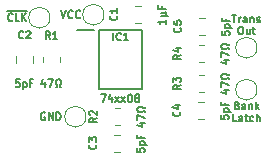
<source format=gto>
%TF.GenerationSoftware,KiCad,Pcbnew,7.0.5*%
%TF.CreationDate,2024-02-13T10:30:56+02:00*%
%TF.ProjectId,Latch Slow,4c617463-6820-4536-9c6f-772e6b696361,rev?*%
%TF.SameCoordinates,PX7f2c270PY3414850*%
%TF.FileFunction,Legend,Top*%
%TF.FilePolarity,Positive*%
%FSLAX46Y46*%
G04 Gerber Fmt 4.6, Leading zero omitted, Abs format (unit mm)*
G04 Created by KiCad (PCBNEW 7.0.5) date 2024-02-13 10:30:56*
%MOMM*%
%LPD*%
G01*
G04 APERTURE LIST*
%ADD10C,0.150000*%
%ADD11C,0.120000*%
%ADD12C,0.200000*%
G04 APERTURE END LIST*
D10*
X-6054494Y5683037D02*
X-5842828Y5048037D01*
X-5842828Y5048037D02*
X-5631161Y5683037D01*
X-5056637Y5108514D02*
X-5086875Y5078275D01*
X-5086875Y5078275D02*
X-5177589Y5048037D01*
X-5177589Y5048037D02*
X-5238065Y5048037D01*
X-5238065Y5048037D02*
X-5328780Y5078275D01*
X-5328780Y5078275D02*
X-5389256Y5138752D01*
X-5389256Y5138752D02*
X-5419494Y5199228D01*
X-5419494Y5199228D02*
X-5449732Y5320180D01*
X-5449732Y5320180D02*
X-5449732Y5410895D01*
X-5449732Y5410895D02*
X-5419494Y5531847D01*
X-5419494Y5531847D02*
X-5389256Y5592323D01*
X-5389256Y5592323D02*
X-5328780Y5652799D01*
X-5328780Y5652799D02*
X-5238065Y5683037D01*
X-5238065Y5683037D02*
X-5177589Y5683037D01*
X-5177589Y5683037D02*
X-5086875Y5652799D01*
X-5086875Y5652799D02*
X-5056637Y5622561D01*
X-4421637Y5108514D02*
X-4451875Y5078275D01*
X-4451875Y5078275D02*
X-4542589Y5048037D01*
X-4542589Y5048037D02*
X-4603065Y5048037D01*
X-4603065Y5048037D02*
X-4693780Y5078275D01*
X-4693780Y5078275D02*
X-4754256Y5138752D01*
X-4754256Y5138752D02*
X-4784494Y5199228D01*
X-4784494Y5199228D02*
X-4814732Y5320180D01*
X-4814732Y5320180D02*
X-4814732Y5410895D01*
X-4814732Y5410895D02*
X-4784494Y5531847D01*
X-4784494Y5531847D02*
X-4754256Y5592323D01*
X-4754256Y5592323D02*
X-4693780Y5652799D01*
X-4693780Y5652799D02*
X-4603065Y5683037D01*
X-4603065Y5683037D02*
X-4542589Y5683037D01*
X-4542589Y5683037D02*
X-4451875Y5652799D01*
X-4451875Y5652799D02*
X-4421637Y5622561D01*
X8865809Y-2356819D02*
X8956523Y-2387057D01*
X8956523Y-2387057D02*
X8986761Y-2417295D01*
X8986761Y-2417295D02*
X9016999Y-2477771D01*
X9016999Y-2477771D02*
X9016999Y-2568485D01*
X9016999Y-2568485D02*
X8986761Y-2628961D01*
X8986761Y-2628961D02*
X8956523Y-2659200D01*
X8956523Y-2659200D02*
X8896047Y-2689438D01*
X8896047Y-2689438D02*
X8654142Y-2689438D01*
X8654142Y-2689438D02*
X8654142Y-2054438D01*
X8654142Y-2054438D02*
X8865809Y-2054438D01*
X8865809Y-2054438D02*
X8926285Y-2084676D01*
X8926285Y-2084676D02*
X8956523Y-2114914D01*
X8956523Y-2114914D02*
X8986761Y-2175390D01*
X8986761Y-2175390D02*
X8986761Y-2235866D01*
X8986761Y-2235866D02*
X8956523Y-2296342D01*
X8956523Y-2296342D02*
X8926285Y-2326580D01*
X8926285Y-2326580D02*
X8865809Y-2356819D01*
X8865809Y-2356819D02*
X8654142Y-2356819D01*
X9561285Y-2689438D02*
X9561285Y-2356819D01*
X9561285Y-2356819D02*
X9531047Y-2296342D01*
X9531047Y-2296342D02*
X9470571Y-2266104D01*
X9470571Y-2266104D02*
X9349618Y-2266104D01*
X9349618Y-2266104D02*
X9289142Y-2296342D01*
X9561285Y-2659200D02*
X9500809Y-2689438D01*
X9500809Y-2689438D02*
X9349618Y-2689438D01*
X9349618Y-2689438D02*
X9289142Y-2659200D01*
X9289142Y-2659200D02*
X9258904Y-2598723D01*
X9258904Y-2598723D02*
X9258904Y-2538247D01*
X9258904Y-2538247D02*
X9289142Y-2477771D01*
X9289142Y-2477771D02*
X9349618Y-2447533D01*
X9349618Y-2447533D02*
X9500809Y-2447533D01*
X9500809Y-2447533D02*
X9561285Y-2417295D01*
X9863666Y-2266104D02*
X9863666Y-2689438D01*
X9863666Y-2326580D02*
X9893904Y-2296342D01*
X9893904Y-2296342D02*
X9954380Y-2266104D01*
X9954380Y-2266104D02*
X10045095Y-2266104D01*
X10045095Y-2266104D02*
X10105571Y-2296342D01*
X10105571Y-2296342D02*
X10135809Y-2356819D01*
X10135809Y-2356819D02*
X10135809Y-2689438D01*
X10438190Y-2689438D02*
X10438190Y-2054438D01*
X10498666Y-2447533D02*
X10680095Y-2689438D01*
X10680095Y-2266104D02*
X10438190Y-2508009D01*
X8820452Y-3711788D02*
X8518071Y-3711788D01*
X8518071Y-3711788D02*
X8518071Y-3076788D01*
X9304262Y-3711788D02*
X9304262Y-3379169D01*
X9304262Y-3379169D02*
X9274024Y-3318692D01*
X9274024Y-3318692D02*
X9213548Y-3288454D01*
X9213548Y-3288454D02*
X9092595Y-3288454D01*
X9092595Y-3288454D02*
X9032119Y-3318692D01*
X9304262Y-3681550D02*
X9243786Y-3711788D01*
X9243786Y-3711788D02*
X9092595Y-3711788D01*
X9092595Y-3711788D02*
X9032119Y-3681550D01*
X9032119Y-3681550D02*
X9001881Y-3621073D01*
X9001881Y-3621073D02*
X9001881Y-3560597D01*
X9001881Y-3560597D02*
X9032119Y-3500121D01*
X9032119Y-3500121D02*
X9092595Y-3469883D01*
X9092595Y-3469883D02*
X9243786Y-3469883D01*
X9243786Y-3469883D02*
X9304262Y-3439645D01*
X9515929Y-3288454D02*
X9757833Y-3288454D01*
X9606643Y-3076788D02*
X9606643Y-3621073D01*
X9606643Y-3621073D02*
X9636881Y-3681550D01*
X9636881Y-3681550D02*
X9697357Y-3711788D01*
X9697357Y-3711788D02*
X9757833Y-3711788D01*
X10241643Y-3681550D02*
X10181167Y-3711788D01*
X10181167Y-3711788D02*
X10060214Y-3711788D01*
X10060214Y-3711788D02*
X9999738Y-3681550D01*
X9999738Y-3681550D02*
X9969500Y-3651311D01*
X9969500Y-3651311D02*
X9939262Y-3590835D01*
X9939262Y-3590835D02*
X9939262Y-3409407D01*
X9939262Y-3409407D02*
X9969500Y-3348930D01*
X9969500Y-3348930D02*
X9999738Y-3318692D01*
X9999738Y-3318692D02*
X10060214Y-3288454D01*
X10060214Y-3288454D02*
X10181167Y-3288454D01*
X10181167Y-3288454D02*
X10241643Y-3318692D01*
X10513786Y-3711788D02*
X10513786Y-3076788D01*
X10785929Y-3711788D02*
X10785929Y-3379169D01*
X10785929Y-3379169D02*
X10755691Y-3318692D01*
X10755691Y-3318692D02*
X10695215Y-3288454D01*
X10695215Y-3288454D02*
X10604500Y-3288454D01*
X10604500Y-3288454D02*
X10544024Y-3318692D01*
X10544024Y-3318692D02*
X10513786Y-3348930D01*
X-7392113Y-2983201D02*
X-7452589Y-2952963D01*
X-7452589Y-2952963D02*
X-7543303Y-2952963D01*
X-7543303Y-2952963D02*
X-7634018Y-2983201D01*
X-7634018Y-2983201D02*
X-7694494Y-3043677D01*
X-7694494Y-3043677D02*
X-7724732Y-3104153D01*
X-7724732Y-3104153D02*
X-7754970Y-3225105D01*
X-7754970Y-3225105D02*
X-7754970Y-3315820D01*
X-7754970Y-3315820D02*
X-7724732Y-3436772D01*
X-7724732Y-3436772D02*
X-7694494Y-3497248D01*
X-7694494Y-3497248D02*
X-7634018Y-3557725D01*
X-7634018Y-3557725D02*
X-7543303Y-3587963D01*
X-7543303Y-3587963D02*
X-7482827Y-3587963D01*
X-7482827Y-3587963D02*
X-7392113Y-3557725D01*
X-7392113Y-3557725D02*
X-7361875Y-3527486D01*
X-7361875Y-3527486D02*
X-7361875Y-3315820D01*
X-7361875Y-3315820D02*
X-7482827Y-3315820D01*
X-7089732Y-3587963D02*
X-7089732Y-2952963D01*
X-7089732Y-2952963D02*
X-6726875Y-3587963D01*
X-6726875Y-3587963D02*
X-6726875Y-2952963D01*
X-6424494Y-3587963D02*
X-6424494Y-2952963D01*
X-6424494Y-2952963D02*
X-6273304Y-2952963D01*
X-6273304Y-2952963D02*
X-6182589Y-2983201D01*
X-6182589Y-2983201D02*
X-6122113Y-3043677D01*
X-6122113Y-3043677D02*
X-6091875Y-3104153D01*
X-6091875Y-3104153D02*
X-6061637Y-3225105D01*
X-6061637Y-3225105D02*
X-6061637Y-3315820D01*
X-6061637Y-3315820D02*
X-6091875Y-3436772D01*
X-6091875Y-3436772D02*
X-6122113Y-3497248D01*
X-6122113Y-3497248D02*
X-6182589Y-3557725D01*
X-6182589Y-3557725D02*
X-6273304Y-3587963D01*
X-6273304Y-3587963D02*
X-6424494Y-3587963D01*
X-10142685Y4854514D02*
X-10172923Y4824275D01*
X-10172923Y4824275D02*
X-10263637Y4794037D01*
X-10263637Y4794037D02*
X-10324113Y4794037D01*
X-10324113Y4794037D02*
X-10414828Y4824275D01*
X-10414828Y4824275D02*
X-10475304Y4884752D01*
X-10475304Y4884752D02*
X-10505542Y4945228D01*
X-10505542Y4945228D02*
X-10535780Y5066180D01*
X-10535780Y5066180D02*
X-10535780Y5156895D01*
X-10535780Y5156895D02*
X-10505542Y5277847D01*
X-10505542Y5277847D02*
X-10475304Y5338323D01*
X-10475304Y5338323D02*
X-10414828Y5398799D01*
X-10414828Y5398799D02*
X-10324113Y5429037D01*
X-10324113Y5429037D02*
X-10263637Y5429037D01*
X-10263637Y5429037D02*
X-10172923Y5398799D01*
X-10172923Y5398799D02*
X-10142685Y5368561D01*
X-9568161Y4794037D02*
X-9870542Y4794037D01*
X-9870542Y4794037D02*
X-9870542Y5429037D01*
X-9356494Y4794037D02*
X-9356494Y5429037D01*
X-8993637Y4794037D02*
X-9265780Y5156895D01*
X-8993637Y5429037D02*
X-9356494Y5066180D01*
X-10593232Y5605325D02*
X-8936184Y5605325D01*
X8442476Y5311562D02*
X8805333Y5311562D01*
X8623904Y4676562D02*
X8623904Y5311562D01*
X9017000Y4676562D02*
X9017000Y5099896D01*
X9017000Y4978943D02*
X9047238Y5039420D01*
X9047238Y5039420D02*
X9077476Y5069658D01*
X9077476Y5069658D02*
X9137952Y5099896D01*
X9137952Y5099896D02*
X9198429Y5099896D01*
X9682238Y4676562D02*
X9682238Y5009181D01*
X9682238Y5009181D02*
X9652000Y5069658D01*
X9652000Y5069658D02*
X9591524Y5099896D01*
X9591524Y5099896D02*
X9470571Y5099896D01*
X9470571Y5099896D02*
X9410095Y5069658D01*
X9682238Y4706800D02*
X9621762Y4676562D01*
X9621762Y4676562D02*
X9470571Y4676562D01*
X9470571Y4676562D02*
X9410095Y4706800D01*
X9410095Y4706800D02*
X9379857Y4767277D01*
X9379857Y4767277D02*
X9379857Y4827753D01*
X9379857Y4827753D02*
X9410095Y4888229D01*
X9410095Y4888229D02*
X9470571Y4918467D01*
X9470571Y4918467D02*
X9621762Y4918467D01*
X9621762Y4918467D02*
X9682238Y4948705D01*
X9984619Y5099896D02*
X9984619Y4676562D01*
X9984619Y5039420D02*
X10014857Y5069658D01*
X10014857Y5069658D02*
X10075333Y5099896D01*
X10075333Y5099896D02*
X10166048Y5099896D01*
X10166048Y5099896D02*
X10226524Y5069658D01*
X10226524Y5069658D02*
X10256762Y5009181D01*
X10256762Y5009181D02*
X10256762Y4676562D01*
X10528905Y4706800D02*
X10589381Y4676562D01*
X10589381Y4676562D02*
X10710333Y4676562D01*
X10710333Y4676562D02*
X10770810Y4706800D01*
X10770810Y4706800D02*
X10801048Y4767277D01*
X10801048Y4767277D02*
X10801048Y4797515D01*
X10801048Y4797515D02*
X10770810Y4857991D01*
X10770810Y4857991D02*
X10710333Y4888229D01*
X10710333Y4888229D02*
X10619619Y4888229D01*
X10619619Y4888229D02*
X10559143Y4918467D01*
X10559143Y4918467D02*
X10528905Y4978943D01*
X10528905Y4978943D02*
X10528905Y5009181D01*
X10528905Y5009181D02*
X10559143Y5069658D01*
X10559143Y5069658D02*
X10619619Y5099896D01*
X10619619Y5099896D02*
X10710333Y5099896D01*
X10710333Y5099896D02*
X10770810Y5069658D01*
X9122833Y4289212D02*
X9243786Y4289212D01*
X9243786Y4289212D02*
X9304262Y4258974D01*
X9304262Y4258974D02*
X9364738Y4198498D01*
X9364738Y4198498D02*
X9394976Y4077546D01*
X9394976Y4077546D02*
X9394976Y3865879D01*
X9394976Y3865879D02*
X9364738Y3744927D01*
X9364738Y3744927D02*
X9304262Y3684450D01*
X9304262Y3684450D02*
X9243786Y3654212D01*
X9243786Y3654212D02*
X9122833Y3654212D01*
X9122833Y3654212D02*
X9062357Y3684450D01*
X9062357Y3684450D02*
X9001881Y3744927D01*
X9001881Y3744927D02*
X8971643Y3865879D01*
X8971643Y3865879D02*
X8971643Y4077546D01*
X8971643Y4077546D02*
X9001881Y4198498D01*
X9001881Y4198498D02*
X9062357Y4258974D01*
X9062357Y4258974D02*
X9122833Y4289212D01*
X9939262Y4077546D02*
X9939262Y3654212D01*
X9667119Y4077546D02*
X9667119Y3744927D01*
X9667119Y3744927D02*
X9697357Y3684450D01*
X9697357Y3684450D02*
X9757833Y3654212D01*
X9757833Y3654212D02*
X9848548Y3654212D01*
X9848548Y3654212D02*
X9909024Y3684450D01*
X9909024Y3684450D02*
X9939262Y3714689D01*
X10150929Y4077546D02*
X10392833Y4077546D01*
X10241643Y4289212D02*
X10241643Y3744927D01*
X10241643Y3744927D02*
X10271881Y3684450D01*
X10271881Y3684450D02*
X10332357Y3654212D01*
X10332357Y3654212D02*
X10392833Y3654212D01*
%TO.C,C3*%
X-3119514Y-5666833D02*
X-3089275Y-5697071D01*
X-3089275Y-5697071D02*
X-3059037Y-5787785D01*
X-3059037Y-5787785D02*
X-3059037Y-5848261D01*
X-3059037Y-5848261D02*
X-3089275Y-5938976D01*
X-3089275Y-5938976D02*
X-3149752Y-5999452D01*
X-3149752Y-5999452D02*
X-3210228Y-6029690D01*
X-3210228Y-6029690D02*
X-3331180Y-6059928D01*
X-3331180Y-6059928D02*
X-3421895Y-6059928D01*
X-3421895Y-6059928D02*
X-3542847Y-6029690D01*
X-3542847Y-6029690D02*
X-3603323Y-5999452D01*
X-3603323Y-5999452D02*
X-3663799Y-5938976D01*
X-3663799Y-5938976D02*
X-3694037Y-5848261D01*
X-3694037Y-5848261D02*
X-3694037Y-5787785D01*
X-3694037Y-5787785D02*
X-3663799Y-5697071D01*
X-3663799Y-5697071D02*
X-3633561Y-5666833D01*
X-3694037Y-5455166D02*
X-3694037Y-5062071D01*
X-3694037Y-5062071D02*
X-3452133Y-5273738D01*
X-3452133Y-5273738D02*
X-3452133Y-5183023D01*
X-3452133Y-5183023D02*
X-3421895Y-5122547D01*
X-3421895Y-5122547D02*
X-3391656Y-5092309D01*
X-3391656Y-5092309D02*
X-3331180Y-5062071D01*
X-3331180Y-5062071D02*
X-3179990Y-5062071D01*
X-3179990Y-5062071D02*
X-3119514Y-5092309D01*
X-3119514Y-5092309D02*
X-3089275Y-5122547D01*
X-3089275Y-5122547D02*
X-3059037Y-5183023D01*
X-3059037Y-5183023D02*
X-3059037Y-5364452D01*
X-3059037Y-5364452D02*
X-3089275Y-5424928D01*
X-3089275Y-5424928D02*
X-3119514Y-5455166D01*
X412963Y-5996214D02*
X412963Y-6298595D01*
X412963Y-6298595D02*
X715344Y-6328833D01*
X715344Y-6328833D02*
X685105Y-6298595D01*
X685105Y-6298595D02*
X654867Y-6238119D01*
X654867Y-6238119D02*
X654867Y-6086928D01*
X654867Y-6086928D02*
X685105Y-6026452D01*
X685105Y-6026452D02*
X715344Y-5996214D01*
X715344Y-5996214D02*
X775820Y-5965976D01*
X775820Y-5965976D02*
X927010Y-5965976D01*
X927010Y-5965976D02*
X987486Y-5996214D01*
X987486Y-5996214D02*
X1017725Y-6026452D01*
X1017725Y-6026452D02*
X1047963Y-6086928D01*
X1047963Y-6086928D02*
X1047963Y-6238119D01*
X1047963Y-6238119D02*
X1017725Y-6298595D01*
X1017725Y-6298595D02*
X987486Y-6328833D01*
X624629Y-5693833D02*
X1259629Y-5693833D01*
X654867Y-5693833D02*
X624629Y-5633357D01*
X624629Y-5633357D02*
X624629Y-5512404D01*
X624629Y-5512404D02*
X654867Y-5451928D01*
X654867Y-5451928D02*
X685105Y-5421690D01*
X685105Y-5421690D02*
X745582Y-5391452D01*
X745582Y-5391452D02*
X927010Y-5391452D01*
X927010Y-5391452D02*
X987486Y-5421690D01*
X987486Y-5421690D02*
X1017725Y-5451928D01*
X1017725Y-5451928D02*
X1047963Y-5512404D01*
X1047963Y-5512404D02*
X1047963Y-5633357D01*
X1047963Y-5633357D02*
X1017725Y-5693833D01*
X715344Y-4907642D02*
X715344Y-5119309D01*
X1047963Y-5119309D02*
X412963Y-5119309D01*
X412963Y-5119309D02*
X412963Y-4816928D01*
%TO.C,C5*%
X4074486Y4239167D02*
X4104725Y4208929D01*
X4104725Y4208929D02*
X4134963Y4118215D01*
X4134963Y4118215D02*
X4134963Y4057739D01*
X4134963Y4057739D02*
X4104725Y3967024D01*
X4104725Y3967024D02*
X4044248Y3906548D01*
X4044248Y3906548D02*
X3983772Y3876310D01*
X3983772Y3876310D02*
X3862820Y3846072D01*
X3862820Y3846072D02*
X3772105Y3846072D01*
X3772105Y3846072D02*
X3651153Y3876310D01*
X3651153Y3876310D02*
X3590677Y3906548D01*
X3590677Y3906548D02*
X3530201Y3967024D01*
X3530201Y3967024D02*
X3499963Y4057739D01*
X3499963Y4057739D02*
X3499963Y4118215D01*
X3499963Y4118215D02*
X3530201Y4208929D01*
X3530201Y4208929D02*
X3560439Y4239167D01*
X3499963Y4813691D02*
X3499963Y4511310D01*
X3499963Y4511310D02*
X3802344Y4481072D01*
X3802344Y4481072D02*
X3772105Y4511310D01*
X3772105Y4511310D02*
X3741867Y4571786D01*
X3741867Y4571786D02*
X3741867Y4722977D01*
X3741867Y4722977D02*
X3772105Y4783453D01*
X3772105Y4783453D02*
X3802344Y4813691D01*
X3802344Y4813691D02*
X3862820Y4843929D01*
X3862820Y4843929D02*
X4014010Y4843929D01*
X4014010Y4843929D02*
X4074486Y4813691D01*
X4074486Y4813691D02*
X4104725Y4783453D01*
X4104725Y4783453D02*
X4134963Y4722977D01*
X4134963Y4722977D02*
X4134963Y4571786D01*
X4134963Y4571786D02*
X4104725Y4511310D01*
X4104725Y4511310D02*
X4074486Y4481072D01*
X7606963Y3909786D02*
X7606963Y3607405D01*
X7606963Y3607405D02*
X7909344Y3577167D01*
X7909344Y3577167D02*
X7879105Y3607405D01*
X7879105Y3607405D02*
X7848867Y3667881D01*
X7848867Y3667881D02*
X7848867Y3819072D01*
X7848867Y3819072D02*
X7879105Y3879548D01*
X7879105Y3879548D02*
X7909344Y3909786D01*
X7909344Y3909786D02*
X7969820Y3940024D01*
X7969820Y3940024D02*
X8121010Y3940024D01*
X8121010Y3940024D02*
X8181486Y3909786D01*
X8181486Y3909786D02*
X8211725Y3879548D01*
X8211725Y3879548D02*
X8241963Y3819072D01*
X8241963Y3819072D02*
X8241963Y3667881D01*
X8241963Y3667881D02*
X8211725Y3607405D01*
X8211725Y3607405D02*
X8181486Y3577167D01*
X7818629Y4212167D02*
X8453629Y4212167D01*
X7848867Y4212167D02*
X7818629Y4272643D01*
X7818629Y4272643D02*
X7818629Y4393596D01*
X7818629Y4393596D02*
X7848867Y4454072D01*
X7848867Y4454072D02*
X7879105Y4484310D01*
X7879105Y4484310D02*
X7939582Y4514548D01*
X7939582Y4514548D02*
X8121010Y4514548D01*
X8121010Y4514548D02*
X8181486Y4484310D01*
X8181486Y4484310D02*
X8211725Y4454072D01*
X8211725Y4454072D02*
X8241963Y4393596D01*
X8241963Y4393596D02*
X8241963Y4272643D01*
X8241963Y4272643D02*
X8211725Y4212167D01*
X7909344Y4998358D02*
X7909344Y4786691D01*
X8241963Y4786691D02*
X7606963Y4786691D01*
X7606963Y4786691D02*
X7606963Y5089072D01*
%TO.C,R3*%
X4095963Y-613833D02*
X3793582Y-825500D01*
X4095963Y-976690D02*
X3460963Y-976690D01*
X3460963Y-976690D02*
X3460963Y-734785D01*
X3460963Y-734785D02*
X3491201Y-674309D01*
X3491201Y-674309D02*
X3521439Y-644071D01*
X3521439Y-644071D02*
X3581915Y-613833D01*
X3581915Y-613833D02*
X3672629Y-613833D01*
X3672629Y-613833D02*
X3733105Y-644071D01*
X3733105Y-644071D02*
X3763344Y-674309D01*
X3763344Y-674309D02*
X3793582Y-734785D01*
X3793582Y-734785D02*
X3793582Y-976690D01*
X3460963Y-402166D02*
X3460963Y-9071D01*
X3460963Y-9071D02*
X3702867Y-220738D01*
X3702867Y-220738D02*
X3702867Y-130023D01*
X3702867Y-130023D02*
X3733105Y-69547D01*
X3733105Y-69547D02*
X3763344Y-39309D01*
X3763344Y-39309D02*
X3823820Y-9071D01*
X3823820Y-9071D02*
X3975010Y-9071D01*
X3975010Y-9071D02*
X4035486Y-39309D01*
X4035486Y-39309D02*
X4065725Y-69547D01*
X4065725Y-69547D02*
X4095963Y-130023D01*
X4095963Y-130023D02*
X4095963Y-311452D01*
X4095963Y-311452D02*
X4065725Y-371928D01*
X4065725Y-371928D02*
X4035486Y-402166D01*
X7736629Y-1052285D02*
X8159963Y-1052285D01*
X7494725Y-1203476D02*
X7948296Y-1354666D01*
X7948296Y-1354666D02*
X7948296Y-961571D01*
X7524963Y-780142D02*
X7524963Y-356809D01*
X7524963Y-356809D02*
X8159963Y-628952D01*
X8159963Y-145142D02*
X8159963Y6048D01*
X8159963Y6048D02*
X8039010Y6048D01*
X8039010Y6048D02*
X8008772Y-54428D01*
X8008772Y-54428D02*
X7948296Y-114904D01*
X7948296Y-114904D02*
X7857582Y-145142D01*
X7857582Y-145142D02*
X7706391Y-145142D01*
X7706391Y-145142D02*
X7615677Y-114904D01*
X7615677Y-114904D02*
X7555201Y-54428D01*
X7555201Y-54428D02*
X7524963Y36286D01*
X7524963Y36286D02*
X7524963Y157239D01*
X7524963Y157239D02*
X7555201Y247953D01*
X7555201Y247953D02*
X7615677Y308429D01*
X7615677Y308429D02*
X7706391Y338667D01*
X7706391Y338667D02*
X7857582Y338667D01*
X7857582Y338667D02*
X7948296Y308429D01*
X7948296Y308429D02*
X8008772Y247953D01*
X8008772Y247953D02*
X8039010Y187477D01*
X8039010Y187477D02*
X8159963Y187477D01*
X8159963Y187477D02*
X8159963Y338667D01*
%TO.C,R4*%
X4095963Y1926167D02*
X3793582Y1714500D01*
X4095963Y1563310D02*
X3460963Y1563310D01*
X3460963Y1563310D02*
X3460963Y1805215D01*
X3460963Y1805215D02*
X3491201Y1865691D01*
X3491201Y1865691D02*
X3521439Y1895929D01*
X3521439Y1895929D02*
X3581915Y1926167D01*
X3581915Y1926167D02*
X3672629Y1926167D01*
X3672629Y1926167D02*
X3733105Y1895929D01*
X3733105Y1895929D02*
X3763344Y1865691D01*
X3763344Y1865691D02*
X3793582Y1805215D01*
X3793582Y1805215D02*
X3793582Y1563310D01*
X3672629Y2470453D02*
X4095963Y2470453D01*
X3430725Y2319262D02*
X3884296Y2168072D01*
X3884296Y2168072D02*
X3884296Y2561167D01*
X7736629Y1487715D02*
X8159963Y1487715D01*
X7494725Y1336524D02*
X7948296Y1185334D01*
X7948296Y1185334D02*
X7948296Y1578429D01*
X7524963Y1759858D02*
X7524963Y2183191D01*
X7524963Y2183191D02*
X8159963Y1911048D01*
X8159963Y2394858D02*
X8159963Y2546048D01*
X8159963Y2546048D02*
X8039010Y2546048D01*
X8039010Y2546048D02*
X8008772Y2485572D01*
X8008772Y2485572D02*
X7948296Y2425096D01*
X7948296Y2425096D02*
X7857582Y2394858D01*
X7857582Y2394858D02*
X7706391Y2394858D01*
X7706391Y2394858D02*
X7615677Y2425096D01*
X7615677Y2425096D02*
X7555201Y2485572D01*
X7555201Y2485572D02*
X7524963Y2576286D01*
X7524963Y2576286D02*
X7524963Y2697239D01*
X7524963Y2697239D02*
X7555201Y2787953D01*
X7555201Y2787953D02*
X7615677Y2848429D01*
X7615677Y2848429D02*
X7706391Y2878667D01*
X7706391Y2878667D02*
X7857582Y2878667D01*
X7857582Y2878667D02*
X7948296Y2848429D01*
X7948296Y2848429D02*
X8008772Y2787953D01*
X8008772Y2787953D02*
X8039010Y2727477D01*
X8039010Y2727477D02*
X8159963Y2727477D01*
X8159963Y2727477D02*
X8159963Y2878667D01*
%TO.C,IC1*%
X-1635881Y3143037D02*
X-1635881Y3778037D01*
X-970643Y3203514D02*
X-1000881Y3173275D01*
X-1000881Y3173275D02*
X-1091595Y3143037D01*
X-1091595Y3143037D02*
X-1152071Y3143037D01*
X-1152071Y3143037D02*
X-1242786Y3173275D01*
X-1242786Y3173275D02*
X-1303262Y3233752D01*
X-1303262Y3233752D02*
X-1333500Y3294228D01*
X-1333500Y3294228D02*
X-1363738Y3415180D01*
X-1363738Y3415180D02*
X-1363738Y3505895D01*
X-1363738Y3505895D02*
X-1333500Y3626847D01*
X-1333500Y3626847D02*
X-1303262Y3687323D01*
X-1303262Y3687323D02*
X-1242786Y3747799D01*
X-1242786Y3747799D02*
X-1152071Y3778037D01*
X-1152071Y3778037D02*
X-1091595Y3778037D01*
X-1091595Y3778037D02*
X-1000881Y3747799D01*
X-1000881Y3747799D02*
X-970643Y3717561D01*
X-365881Y3143037D02*
X-728738Y3143037D01*
X-547310Y3143037D02*
X-547310Y3778037D01*
X-547310Y3778037D02*
X-607786Y3687323D01*
X-607786Y3687323D02*
X-668262Y3626847D01*
X-668262Y3626847D02*
X-728738Y3596609D01*
X-2648858Y-1428963D02*
X-2225525Y-1428963D01*
X-2225525Y-1428963D02*
X-2497668Y-2063963D01*
X-1711477Y-1640629D02*
X-1711477Y-2063963D01*
X-1862668Y-1398725D02*
X-2013858Y-1852296D01*
X-2013858Y-1852296D02*
X-1620763Y-1852296D01*
X-1439334Y-2063963D02*
X-1106715Y-1640629D01*
X-1439334Y-1640629D02*
X-1106715Y-2063963D01*
X-925286Y-2063963D02*
X-592667Y-1640629D01*
X-925286Y-1640629D02*
X-592667Y-2063963D01*
X-229810Y-1428963D02*
X-169333Y-1428963D01*
X-169333Y-1428963D02*
X-108857Y-1459201D01*
X-108857Y-1459201D02*
X-78619Y-1489439D01*
X-78619Y-1489439D02*
X-48381Y-1549915D01*
X-48381Y-1549915D02*
X-18143Y-1670867D01*
X-18143Y-1670867D02*
X-18143Y-1822058D01*
X-18143Y-1822058D02*
X-48381Y-1943010D01*
X-48381Y-1943010D02*
X-78619Y-2003486D01*
X-78619Y-2003486D02*
X-108857Y-2033725D01*
X-108857Y-2033725D02*
X-169333Y-2063963D01*
X-169333Y-2063963D02*
X-229810Y-2063963D01*
X-229810Y-2063963D02*
X-290286Y-2033725D01*
X-290286Y-2033725D02*
X-320524Y-2003486D01*
X-320524Y-2003486D02*
X-350762Y-1943010D01*
X-350762Y-1943010D02*
X-381000Y-1822058D01*
X-381000Y-1822058D02*
X-381000Y-1670867D01*
X-381000Y-1670867D02*
X-350762Y-1549915D01*
X-350762Y-1549915D02*
X-320524Y-1489439D01*
X-320524Y-1489439D02*
X-290286Y-1459201D01*
X-290286Y-1459201D02*
X-229810Y-1428963D01*
X344714Y-1701105D02*
X284238Y-1670867D01*
X284238Y-1670867D02*
X254000Y-1640629D01*
X254000Y-1640629D02*
X223762Y-1580153D01*
X223762Y-1580153D02*
X223762Y-1549915D01*
X223762Y-1549915D02*
X254000Y-1489439D01*
X254000Y-1489439D02*
X284238Y-1459201D01*
X284238Y-1459201D02*
X344714Y-1428963D01*
X344714Y-1428963D02*
X465667Y-1428963D01*
X465667Y-1428963D02*
X526143Y-1459201D01*
X526143Y-1459201D02*
X556381Y-1489439D01*
X556381Y-1489439D02*
X586619Y-1549915D01*
X586619Y-1549915D02*
X586619Y-1580153D01*
X586619Y-1580153D02*
X556381Y-1640629D01*
X556381Y-1640629D02*
X526143Y-1670867D01*
X526143Y-1670867D02*
X465667Y-1701105D01*
X465667Y-1701105D02*
X344714Y-1701105D01*
X344714Y-1701105D02*
X284238Y-1731344D01*
X284238Y-1731344D02*
X254000Y-1761582D01*
X254000Y-1761582D02*
X223762Y-1822058D01*
X223762Y-1822058D02*
X223762Y-1943010D01*
X223762Y-1943010D02*
X254000Y-2003486D01*
X254000Y-2003486D02*
X284238Y-2033725D01*
X284238Y-2033725D02*
X344714Y-2063963D01*
X344714Y-2063963D02*
X465667Y-2063963D01*
X465667Y-2063963D02*
X526143Y-2033725D01*
X526143Y-2033725D02*
X556381Y-2003486D01*
X556381Y-2003486D02*
X586619Y-1943010D01*
X586619Y-1943010D02*
X586619Y-1822058D01*
X586619Y-1822058D02*
X556381Y-1761582D01*
X556381Y-1761582D02*
X526143Y-1731344D01*
X526143Y-1731344D02*
X465667Y-1701105D01*
%TO.C,R2*%
X-3016037Y-3407833D02*
X-3318418Y-3619500D01*
X-3016037Y-3770690D02*
X-3651037Y-3770690D01*
X-3651037Y-3770690D02*
X-3651037Y-3528785D01*
X-3651037Y-3528785D02*
X-3620799Y-3468309D01*
X-3620799Y-3468309D02*
X-3590561Y-3438071D01*
X-3590561Y-3438071D02*
X-3530085Y-3407833D01*
X-3530085Y-3407833D02*
X-3439371Y-3407833D01*
X-3439371Y-3407833D02*
X-3378895Y-3438071D01*
X-3378895Y-3438071D02*
X-3348656Y-3468309D01*
X-3348656Y-3468309D02*
X-3318418Y-3528785D01*
X-3318418Y-3528785D02*
X-3318418Y-3770690D01*
X-3590561Y-3165928D02*
X-3620799Y-3135690D01*
X-3620799Y-3135690D02*
X-3651037Y-3075214D01*
X-3651037Y-3075214D02*
X-3651037Y-2924023D01*
X-3651037Y-2924023D02*
X-3620799Y-2863547D01*
X-3620799Y-2863547D02*
X-3590561Y-2833309D01*
X-3590561Y-2833309D02*
X-3530085Y-2803071D01*
X-3530085Y-2803071D02*
X-3469609Y-2803071D01*
X-3469609Y-2803071D02*
X-3378895Y-2833309D01*
X-3378895Y-2833309D02*
X-3016037Y-3196166D01*
X-3016037Y-3196166D02*
X-3016037Y-2803071D01*
X624629Y-3846285D02*
X1047963Y-3846285D01*
X382725Y-3997476D02*
X836296Y-4148666D01*
X836296Y-4148666D02*
X836296Y-3755571D01*
X412963Y-3574142D02*
X412963Y-3150809D01*
X412963Y-3150809D02*
X1047963Y-3422952D01*
X1047963Y-2939142D02*
X1047963Y-2787952D01*
X1047963Y-2787952D02*
X927010Y-2787952D01*
X927010Y-2787952D02*
X896772Y-2848428D01*
X896772Y-2848428D02*
X836296Y-2908904D01*
X836296Y-2908904D02*
X745582Y-2939142D01*
X745582Y-2939142D02*
X594391Y-2939142D01*
X594391Y-2939142D02*
X503677Y-2908904D01*
X503677Y-2908904D02*
X443201Y-2848428D01*
X443201Y-2848428D02*
X412963Y-2757714D01*
X412963Y-2757714D02*
X412963Y-2636761D01*
X412963Y-2636761D02*
X443201Y-2546047D01*
X443201Y-2546047D02*
X503677Y-2485571D01*
X503677Y-2485571D02*
X594391Y-2455333D01*
X594391Y-2455333D02*
X745582Y-2455333D01*
X745582Y-2455333D02*
X836296Y-2485571D01*
X836296Y-2485571D02*
X896772Y-2546047D01*
X896772Y-2546047D02*
X927010Y-2606523D01*
X927010Y-2606523D02*
X1047963Y-2606523D01*
X1047963Y-2606523D02*
X1047963Y-2455333D01*
%TO.C,C4*%
X3992486Y-2872833D02*
X4022725Y-2903071D01*
X4022725Y-2903071D02*
X4052963Y-2993785D01*
X4052963Y-2993785D02*
X4052963Y-3054261D01*
X4052963Y-3054261D02*
X4022725Y-3144976D01*
X4022725Y-3144976D02*
X3962248Y-3205452D01*
X3962248Y-3205452D02*
X3901772Y-3235690D01*
X3901772Y-3235690D02*
X3780820Y-3265928D01*
X3780820Y-3265928D02*
X3690105Y-3265928D01*
X3690105Y-3265928D02*
X3569153Y-3235690D01*
X3569153Y-3235690D02*
X3508677Y-3205452D01*
X3508677Y-3205452D02*
X3448201Y-3144976D01*
X3448201Y-3144976D02*
X3417963Y-3054261D01*
X3417963Y-3054261D02*
X3417963Y-2993785D01*
X3417963Y-2993785D02*
X3448201Y-2903071D01*
X3448201Y-2903071D02*
X3478439Y-2872833D01*
X3629629Y-2328547D02*
X4052963Y-2328547D01*
X3387725Y-2479738D02*
X3841296Y-2630928D01*
X3841296Y-2630928D02*
X3841296Y-2237833D01*
X7524963Y-3202214D02*
X7524963Y-3504595D01*
X7524963Y-3504595D02*
X7827344Y-3534833D01*
X7827344Y-3534833D02*
X7797105Y-3504595D01*
X7797105Y-3504595D02*
X7766867Y-3444119D01*
X7766867Y-3444119D02*
X7766867Y-3292928D01*
X7766867Y-3292928D02*
X7797105Y-3232452D01*
X7797105Y-3232452D02*
X7827344Y-3202214D01*
X7827344Y-3202214D02*
X7887820Y-3171976D01*
X7887820Y-3171976D02*
X8039010Y-3171976D01*
X8039010Y-3171976D02*
X8099486Y-3202214D01*
X8099486Y-3202214D02*
X8129725Y-3232452D01*
X8129725Y-3232452D02*
X8159963Y-3292928D01*
X8159963Y-3292928D02*
X8159963Y-3444119D01*
X8159963Y-3444119D02*
X8129725Y-3504595D01*
X8129725Y-3504595D02*
X8099486Y-3534833D01*
X7736629Y-2899833D02*
X8371629Y-2899833D01*
X7766867Y-2899833D02*
X7736629Y-2839357D01*
X7736629Y-2839357D02*
X7736629Y-2718404D01*
X7736629Y-2718404D02*
X7766867Y-2657928D01*
X7766867Y-2657928D02*
X7797105Y-2627690D01*
X7797105Y-2627690D02*
X7857582Y-2597452D01*
X7857582Y-2597452D02*
X8039010Y-2597452D01*
X8039010Y-2597452D02*
X8099486Y-2627690D01*
X8099486Y-2627690D02*
X8129725Y-2657928D01*
X8129725Y-2657928D02*
X8159963Y-2718404D01*
X8159963Y-2718404D02*
X8159963Y-2839357D01*
X8159963Y-2839357D02*
X8129725Y-2899833D01*
X7827344Y-2113642D02*
X7827344Y-2325309D01*
X8159963Y-2325309D02*
X7524963Y-2325309D01*
X7524963Y-2325309D02*
X7524963Y-2022928D01*
%TO.C,R1*%
X-6963834Y3270037D02*
X-7175501Y3572418D01*
X-7326691Y3270037D02*
X-7326691Y3905037D01*
X-7326691Y3905037D02*
X-7084786Y3905037D01*
X-7084786Y3905037D02*
X-7024310Y3874799D01*
X-7024310Y3874799D02*
X-6994072Y3844561D01*
X-6994072Y3844561D02*
X-6963834Y3784085D01*
X-6963834Y3784085D02*
X-6963834Y3693371D01*
X-6963834Y3693371D02*
X-6994072Y3632895D01*
X-6994072Y3632895D02*
X-7024310Y3602656D01*
X-7024310Y3602656D02*
X-7084786Y3572418D01*
X-7084786Y3572418D02*
X-7326691Y3572418D01*
X-6359072Y3270037D02*
X-6721929Y3270037D01*
X-6540501Y3270037D02*
X-6540501Y3905037D01*
X-6540501Y3905037D02*
X-6600977Y3814323D01*
X-6600977Y3814323D02*
X-6661453Y3753847D01*
X-6661453Y3753847D02*
X-6721929Y3723609D01*
X-7402286Y-370629D02*
X-7402286Y-793963D01*
X-7553477Y-128725D02*
X-7704667Y-582296D01*
X-7704667Y-582296D02*
X-7311572Y-582296D01*
X-7130143Y-158963D02*
X-6706810Y-158963D01*
X-6706810Y-158963D02*
X-6978953Y-793963D01*
X-6495143Y-793963D02*
X-6343953Y-793963D01*
X-6343953Y-793963D02*
X-6343953Y-673010D01*
X-6343953Y-673010D02*
X-6404429Y-642772D01*
X-6404429Y-642772D02*
X-6464905Y-582296D01*
X-6464905Y-582296D02*
X-6495143Y-491582D01*
X-6495143Y-491582D02*
X-6495143Y-340391D01*
X-6495143Y-340391D02*
X-6464905Y-249677D01*
X-6464905Y-249677D02*
X-6404429Y-189201D01*
X-6404429Y-189201D02*
X-6313715Y-158963D01*
X-6313715Y-158963D02*
X-6192762Y-158963D01*
X-6192762Y-158963D02*
X-6102048Y-189201D01*
X-6102048Y-189201D02*
X-6041572Y-249677D01*
X-6041572Y-249677D02*
X-6011334Y-340391D01*
X-6011334Y-340391D02*
X-6011334Y-491582D01*
X-6011334Y-491582D02*
X-6041572Y-582296D01*
X-6041572Y-582296D02*
X-6102048Y-642772D01*
X-6102048Y-642772D02*
X-6162524Y-673010D01*
X-6162524Y-673010D02*
X-6162524Y-793963D01*
X-6162524Y-793963D02*
X-6011334Y-793963D01*
%TO.C,C2*%
X-9222834Y3373514D02*
X-9253072Y3343275D01*
X-9253072Y3343275D02*
X-9343786Y3313037D01*
X-9343786Y3313037D02*
X-9404262Y3313037D01*
X-9404262Y3313037D02*
X-9494977Y3343275D01*
X-9494977Y3343275D02*
X-9555453Y3403752D01*
X-9555453Y3403752D02*
X-9585691Y3464228D01*
X-9585691Y3464228D02*
X-9615929Y3585180D01*
X-9615929Y3585180D02*
X-9615929Y3675895D01*
X-9615929Y3675895D02*
X-9585691Y3796847D01*
X-9585691Y3796847D02*
X-9555453Y3857323D01*
X-9555453Y3857323D02*
X-9494977Y3917799D01*
X-9494977Y3917799D02*
X-9404262Y3948037D01*
X-9404262Y3948037D02*
X-9343786Y3948037D01*
X-9343786Y3948037D02*
X-9253072Y3917799D01*
X-9253072Y3917799D02*
X-9222834Y3887561D01*
X-8980929Y3887561D02*
X-8950691Y3917799D01*
X-8950691Y3917799D02*
X-8890215Y3948037D01*
X-8890215Y3948037D02*
X-8739024Y3948037D01*
X-8739024Y3948037D02*
X-8678548Y3917799D01*
X-8678548Y3917799D02*
X-8648310Y3887561D01*
X-8648310Y3887561D02*
X-8618072Y3827085D01*
X-8618072Y3827085D02*
X-8618072Y3766609D01*
X-8618072Y3766609D02*
X-8648310Y3675895D01*
X-8648310Y3675895D02*
X-9011167Y3313037D01*
X-9011167Y3313037D02*
X-8618072Y3313037D01*
X-9552215Y-158963D02*
X-9854596Y-158963D01*
X-9854596Y-158963D02*
X-9884834Y-461344D01*
X-9884834Y-461344D02*
X-9854596Y-431105D01*
X-9854596Y-431105D02*
X-9794120Y-400867D01*
X-9794120Y-400867D02*
X-9642929Y-400867D01*
X-9642929Y-400867D02*
X-9582453Y-431105D01*
X-9582453Y-431105D02*
X-9552215Y-461344D01*
X-9552215Y-461344D02*
X-9521977Y-521820D01*
X-9521977Y-521820D02*
X-9521977Y-673010D01*
X-9521977Y-673010D02*
X-9552215Y-733486D01*
X-9552215Y-733486D02*
X-9582453Y-763725D01*
X-9582453Y-763725D02*
X-9642929Y-793963D01*
X-9642929Y-793963D02*
X-9794120Y-793963D01*
X-9794120Y-793963D02*
X-9854596Y-763725D01*
X-9854596Y-763725D02*
X-9884834Y-733486D01*
X-9249834Y-370629D02*
X-9249834Y-1005629D01*
X-9249834Y-400867D02*
X-9189358Y-370629D01*
X-9189358Y-370629D02*
X-9068405Y-370629D01*
X-9068405Y-370629D02*
X-9007929Y-400867D01*
X-9007929Y-400867D02*
X-8977691Y-431105D01*
X-8977691Y-431105D02*
X-8947453Y-491582D01*
X-8947453Y-491582D02*
X-8947453Y-673010D01*
X-8947453Y-673010D02*
X-8977691Y-733486D01*
X-8977691Y-733486D02*
X-9007929Y-763725D01*
X-9007929Y-763725D02*
X-9068405Y-793963D01*
X-9068405Y-793963D02*
X-9189358Y-793963D01*
X-9189358Y-793963D02*
X-9249834Y-763725D01*
X-8463643Y-461344D02*
X-8675310Y-461344D01*
X-8675310Y-793963D02*
X-8675310Y-158963D01*
X-8675310Y-158963D02*
X-8372929Y-158963D01*
%TO.C,C1*%
X-1341514Y5255167D02*
X-1311275Y5224929D01*
X-1311275Y5224929D02*
X-1281037Y5134215D01*
X-1281037Y5134215D02*
X-1281037Y5073739D01*
X-1281037Y5073739D02*
X-1311275Y4983024D01*
X-1311275Y4983024D02*
X-1371752Y4922548D01*
X-1371752Y4922548D02*
X-1432228Y4892310D01*
X-1432228Y4892310D02*
X-1553180Y4862072D01*
X-1553180Y4862072D02*
X-1643895Y4862072D01*
X-1643895Y4862072D02*
X-1764847Y4892310D01*
X-1764847Y4892310D02*
X-1825323Y4922548D01*
X-1825323Y4922548D02*
X-1885799Y4983024D01*
X-1885799Y4983024D02*
X-1916037Y5073739D01*
X-1916037Y5073739D02*
X-1916037Y5134215D01*
X-1916037Y5134215D02*
X-1885799Y5224929D01*
X-1885799Y5224929D02*
X-1855561Y5255167D01*
X-1281037Y5859929D02*
X-1281037Y5497072D01*
X-1281037Y5678500D02*
X-1916037Y5678500D01*
X-1916037Y5678500D02*
X-1825323Y5618024D01*
X-1825323Y5618024D02*
X-1764847Y5557548D01*
X-1764847Y5557548D02*
X-1734609Y5497072D01*
X2825963Y4910667D02*
X2825963Y4547810D01*
X2825963Y4729238D02*
X2190963Y4729238D01*
X2190963Y4729238D02*
X2281677Y4668762D01*
X2281677Y4668762D02*
X2342153Y4608286D01*
X2342153Y4608286D02*
X2372391Y4547810D01*
X2402629Y5182810D02*
X3037629Y5182810D01*
X2735248Y5485191D02*
X2795725Y5515429D01*
X2795725Y5515429D02*
X2825963Y5575905D01*
X2735248Y5182810D02*
X2795725Y5213048D01*
X2795725Y5213048D02*
X2825963Y5273524D01*
X2825963Y5273524D02*
X2825963Y5394477D01*
X2825963Y5394477D02*
X2795725Y5454953D01*
X2795725Y5454953D02*
X2735248Y5485191D01*
X2735248Y5485191D02*
X2402629Y5485191D01*
X2493344Y6059715D02*
X2493344Y5848048D01*
X2825963Y5848048D02*
X2190963Y5848048D01*
X2190963Y5848048D02*
X2190963Y6150429D01*
D11*
%TO.C,C3*%
X-1024748Y-6323000D02*
X-1547252Y-6323000D01*
X-1024748Y-4853000D02*
X-1547252Y-4853000D01*
%TO.C,J2*%
X-3926000Y-3302000D02*
G75*
G03*
X-3926000Y-3302000I-900000J0D01*
G01*
%TO.C,C5*%
X6169252Y3583000D02*
X5646748Y3583000D01*
X6169252Y5053000D02*
X5646748Y5053000D01*
%TO.C,J5*%
X10552000Y2540000D02*
G75*
G03*
X10552000Y2540000I-900000J0D01*
G01*
%TO.C,R3*%
X6069064Y-1253000D02*
X5614936Y-1253000D01*
X6069064Y217000D02*
X5614936Y217000D01*
%TO.C,R4*%
X6069064Y1287000D02*
X5614936Y1287000D01*
X6069064Y2757000D02*
X5614936Y2757000D01*
D12*
%TO.C,IC1*%
X-4691000Y4049000D02*
X-3216000Y4049000D01*
X-2866000Y4024000D02*
X834000Y4024000D01*
X-2866000Y-976000D02*
X-2866000Y4024000D01*
X834000Y4024000D02*
X834000Y-976000D01*
X834000Y-976000D02*
X-2866000Y-976000D01*
D11*
%TO.C,J3*%
X-6974000Y5080000D02*
G75*
G03*
X-6974000Y5080000I-900000J0D01*
G01*
%TO.C,J1*%
X-2402000Y5334000D02*
G75*
G03*
X-2402000Y5334000I-900000J0D01*
G01*
%TO.C,R2*%
X-1042936Y-4047000D02*
X-1497064Y-4047000D01*
X-1042936Y-2577000D02*
X-1497064Y-2577000D01*
%TO.C,C4*%
X6087252Y-3529000D02*
X5564748Y-3529000D01*
X6087252Y-2059000D02*
X5564748Y-2059000D01*
%TO.C,R1*%
X-7603000Y1296936D02*
X-7603000Y1751064D01*
X-6133000Y1296936D02*
X-6133000Y1751064D01*
%TO.C,C2*%
X-9879000Y1278748D02*
X-9879000Y1801252D01*
X-8409000Y1278748D02*
X-8409000Y1801252D01*
%TO.C,C1*%
X753252Y4599000D02*
X230748Y4599000D01*
X753252Y6069000D02*
X230748Y6069000D01*
%TO.C,J4*%
X10552000Y-1016000D02*
G75*
G03*
X10552000Y-1016000I-900000J0D01*
G01*
%TD*%
M02*

</source>
